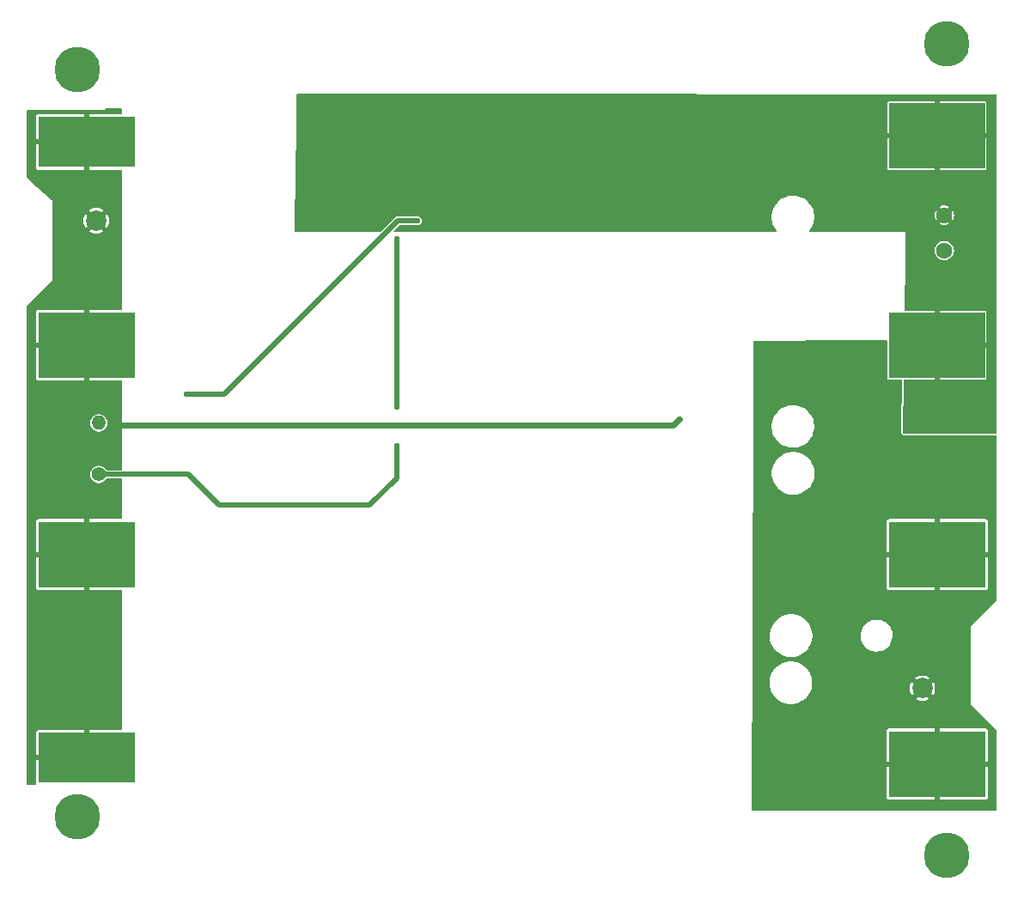
<source format=gbl>
%TF.GenerationSoftware,KiCad,Pcbnew,(6.0.5)*%
%TF.CreationDate,2022-07-09T20:35:50-07:00*%
%TF.ProjectId,batteryboard,62617474-6572-4796-926f-6172642e6b69,1.C*%
%TF.SameCoordinates,Original*%
%TF.FileFunction,Copper,L2,Bot*%
%TF.FilePolarity,Positive*%
%FSLAX46Y46*%
G04 Gerber Fmt 4.6, Leading zero omitted, Abs format (unit mm)*
G04 Created by KiCad (PCBNEW (6.0.5)) date 2022-07-09 20:35:50*
%MOMM*%
%LPD*%
G01*
G04 APERTURE LIST*
%TA.AperFunction,ComponentPad*%
%ADD10C,2.000000*%
%TD*%
%TA.AperFunction,ComponentPad*%
%ADD11C,4.500000*%
%TD*%
%TA.AperFunction,ComponentPad*%
%ADD12C,1.600200*%
%TD*%
%TA.AperFunction,ComponentPad*%
%ADD13C,1.400000*%
%TD*%
%TA.AperFunction,ComponentPad*%
%ADD14O,1.400000X1.400000*%
%TD*%
%TA.AperFunction,SMDPad,CuDef*%
%ADD15R,9.467600X6.477000*%
%TD*%
%TA.AperFunction,SMDPad,CuDef*%
%ADD16R,9.467600X5.000000*%
%TD*%
%TA.AperFunction,ViaPad*%
%ADD17C,0.584200*%
%TD*%
%TA.AperFunction,Conductor*%
%ADD18C,0.609600*%
%TD*%
%TA.AperFunction,Conductor*%
%ADD19C,0.508000*%
%TD*%
G04 APERTURE END LIST*
D10*
X141592300Y-122389900D03*
X60185300Y-76288900D03*
D11*
X144010300Y-138899900D03*
X58280300Y-61429900D03*
X58280300Y-135089900D03*
X144010300Y-58889900D03*
D12*
X143764000Y-79248001D03*
X143764000Y-75747998D03*
D13*
X60439300Y-101307900D03*
D14*
X60439300Y-96227900D03*
D15*
X59207400Y-88569800D03*
X143027400Y-88569800D03*
X143052800Y-129844800D03*
D16*
X59232800Y-129244800D03*
D15*
X143052800Y-109194600D03*
X59232800Y-109194600D03*
D16*
X59207400Y-68519600D03*
D15*
X143027400Y-67919600D03*
D17*
X143256000Y-129794000D03*
X146558000Y-129794000D03*
X145034000Y-129794000D03*
X141732000Y-129794000D03*
X146558000Y-132080000D03*
X141732000Y-132080000D03*
X143256000Y-132080000D03*
X145034000Y-132080000D03*
X131826000Y-90678000D03*
X132588000Y-90678000D03*
X131064000Y-90678000D03*
X131826000Y-91567000D03*
X131064000Y-91567000D03*
X132588000Y-91567000D03*
X143256000Y-127508000D03*
X146558000Y-127508000D03*
X145034000Y-127508000D03*
X131826000Y-89789000D03*
X141732000Y-127508000D03*
X131064000Y-89789000D03*
X132588000Y-89789000D03*
X54864000Y-119380000D03*
X58420000Y-119380000D03*
X56642000Y-119380000D03*
X60198000Y-119380000D03*
X60198000Y-120904000D03*
X58420000Y-120904000D03*
X54864000Y-120904000D03*
X56642000Y-120904000D03*
X56642000Y-117856000D03*
X58420000Y-117856000D03*
X60198000Y-117856000D03*
X54864000Y-117856000D03*
X117665498Y-95821500D03*
X140843000Y-94742000D03*
X143002000Y-94742000D03*
X145288000Y-94742000D03*
X147447000Y-94742000D03*
X145288000Y-96139000D03*
X140843000Y-96139000D03*
X143002000Y-96139000D03*
X147447000Y-96139000D03*
X140843000Y-93345000D03*
X85712300Y-75145900D03*
X143002000Y-93345000D03*
X81775300Y-67779900D03*
X85725000Y-67691000D03*
X81775300Y-75145900D03*
X147447000Y-93345000D03*
X81775300Y-68795900D03*
X145288000Y-93345000D03*
X85725000Y-68961000D03*
X89776300Y-78066900D03*
X89776300Y-94703900D03*
X89776300Y-98513900D03*
X91808300Y-76288900D03*
X69075300Y-93433900D03*
D18*
X117005098Y-96481900D02*
X61760100Y-96481900D01*
X117665498Y-95821500D02*
X117005098Y-96481900D01*
D19*
X89776300Y-98513900D02*
X89776300Y-98513900D01*
X89776300Y-78066900D02*
X89776300Y-78066900D01*
X72250300Y-104355900D02*
X87109300Y-104355900D01*
X89776300Y-101688900D02*
X89776300Y-98513900D01*
X69202300Y-101307900D02*
X72250300Y-104355900D01*
X89776300Y-94703900D02*
X89776300Y-78066900D01*
X60439300Y-101307900D02*
X69202300Y-101307900D01*
X87109300Y-104355900D02*
X89776300Y-101688900D01*
X91808300Y-76288900D02*
X91808300Y-76288900D01*
X89903300Y-76288900D02*
X91808300Y-76288900D01*
X72758300Y-93433900D02*
X89903300Y-76288900D01*
X72504300Y-93433900D02*
X72758300Y-93433900D01*
X69075300Y-93433900D02*
X72504300Y-93433900D01*
%TA.AperFunction,Conductor*%
G36*
X104056870Y-63799077D02*
G01*
X134874000Y-63881000D01*
X140702994Y-63842902D01*
X140703485Y-63842900D01*
X148858976Y-63842900D01*
X148907314Y-63860493D01*
X148933034Y-63905042D01*
X148934176Y-63918084D01*
X148934329Y-64615477D01*
X148941467Y-97206786D01*
X148923885Y-97255125D01*
X148879343Y-97280855D01*
X148866268Y-97282000D01*
X139770472Y-97282000D01*
X139722134Y-97264407D01*
X139696414Y-97219858D01*
X139695278Y-97205864D01*
X139759613Y-92034964D01*
X139777806Y-91986849D01*
X139822671Y-91961686D01*
X139834807Y-91960700D01*
X142760141Y-91960700D01*
X142770298Y-91957003D01*
X142773400Y-91951631D01*
X142773400Y-91947441D01*
X143281400Y-91947441D01*
X143285097Y-91957598D01*
X143290469Y-91960700D01*
X147772516Y-91960700D01*
X147779837Y-91959979D01*
X147813398Y-91953303D01*
X147826823Y-91947742D01*
X147864920Y-91922286D01*
X147875186Y-91912020D01*
X147900642Y-91873923D01*
X147906203Y-91860498D01*
X147912879Y-91826937D01*
X147913600Y-91819616D01*
X147913600Y-88837059D01*
X147909903Y-88826902D01*
X147904531Y-88823800D01*
X143294659Y-88823800D01*
X143284502Y-88827497D01*
X143281400Y-88832869D01*
X143281400Y-91947441D01*
X142773400Y-91947441D01*
X142773400Y-88302541D01*
X143281400Y-88302541D01*
X143285097Y-88312698D01*
X143290469Y-88315800D01*
X147900341Y-88315800D01*
X147910498Y-88312103D01*
X147913600Y-88306731D01*
X147913600Y-85319984D01*
X147912879Y-85312663D01*
X147906203Y-85279102D01*
X147900642Y-85265677D01*
X147875186Y-85227580D01*
X147864920Y-85217314D01*
X147826823Y-85191858D01*
X147813398Y-85186297D01*
X147779837Y-85179621D01*
X147772516Y-85178900D01*
X143294659Y-85178900D01*
X143284502Y-85182597D01*
X143281400Y-85187969D01*
X143281400Y-88302541D01*
X142773400Y-88302541D01*
X142773400Y-85192159D01*
X142769703Y-85182002D01*
X142764331Y-85178900D01*
X139921055Y-85178900D01*
X139872717Y-85161307D01*
X139846997Y-85116758D01*
X139845861Y-85102764D01*
X139906984Y-80190075D01*
X139918871Y-79234631D01*
X142806482Y-79234631D01*
X142806790Y-79238299D01*
X142806790Y-79238302D01*
X142820142Y-79397298D01*
X142822121Y-79420868D01*
X142873636Y-79600521D01*
X142959064Y-79766747D01*
X143075152Y-79913213D01*
X143217478Y-80034343D01*
X143220686Y-80036136D01*
X143220689Y-80036138D01*
X143299049Y-80079931D01*
X143380621Y-80125520D01*
X143384118Y-80126656D01*
X143384122Y-80126658D01*
X143430710Y-80141795D01*
X143558367Y-80183273D01*
X143626069Y-80191346D01*
X143740287Y-80204966D01*
X143740289Y-80204966D01*
X143743945Y-80205402D01*
X143930287Y-80191064D01*
X144038020Y-80160985D01*
X144106751Y-80141795D01*
X144106753Y-80141794D01*
X144110296Y-80140805D01*
X144277114Y-80056539D01*
X144424387Y-79941476D01*
X144546507Y-79799999D01*
X144548323Y-79796802D01*
X144548326Y-79796798D01*
X144637003Y-79640697D01*
X144637004Y-79640694D01*
X144638821Y-79637496D01*
X144668317Y-79548827D01*
X144696652Y-79463652D01*
X144696653Y-79463649D01*
X144697814Y-79460158D01*
X144721238Y-79274739D01*
X144721611Y-79248001D01*
X144721406Y-79245908D01*
X144703733Y-79065668D01*
X144703732Y-79065665D01*
X144703373Y-79062000D01*
X144649355Y-78883084D01*
X144642802Y-78870758D01*
X144563339Y-78721310D01*
X144561615Y-78718067D01*
X144552575Y-78706982D01*
X144445819Y-78576088D01*
X144443493Y-78573236D01*
X144299489Y-78454106D01*
X144135089Y-78365215D01*
X143956554Y-78309949D01*
X143863619Y-78300181D01*
X143774342Y-78290797D01*
X143774338Y-78290797D01*
X143770685Y-78290413D01*
X143654925Y-78300948D01*
X143588229Y-78307018D01*
X143588226Y-78307019D01*
X143584562Y-78307352D01*
X143482621Y-78337355D01*
X143408802Y-78359081D01*
X143408799Y-78359082D01*
X143405273Y-78360120D01*
X143239647Y-78446706D01*
X143177940Y-78496320D01*
X143096866Y-78561505D01*
X143096862Y-78561509D01*
X143093995Y-78563814D01*
X143091627Y-78566636D01*
X143091626Y-78566637D01*
X142976226Y-78704164D01*
X142976223Y-78704168D01*
X142973862Y-78706982D01*
X142883826Y-78870758D01*
X142827315Y-79048902D01*
X142806482Y-79234631D01*
X139918871Y-79234631D01*
X139941300Y-77431900D01*
X130483098Y-77431900D01*
X130434760Y-77414307D01*
X130409040Y-77369758D01*
X130417973Y-77319100D01*
X130424905Y-77309070D01*
X130559491Y-77144638D01*
X130559493Y-77144635D01*
X130561108Y-77142662D01*
X130562439Y-77140490D01*
X130562444Y-77140483D01*
X130709713Y-76900161D01*
X130711051Y-76897978D01*
X130776158Y-76749660D01*
X130825370Y-76637553D01*
X130825372Y-76637548D01*
X130826399Y-76635208D01*
X130842924Y-76577198D01*
X143299241Y-76577198D01*
X143299723Y-76578998D01*
X143301854Y-76580924D01*
X143377611Y-76623262D01*
X143384324Y-76626195D01*
X143554977Y-76681643D01*
X143562125Y-76683215D01*
X143740298Y-76704461D01*
X143747630Y-76704614D01*
X143926529Y-76690848D01*
X143933744Y-76689577D01*
X144106570Y-76641323D01*
X144113400Y-76638674D01*
X144222527Y-76583550D01*
X144229927Y-76575670D01*
X144229983Y-76574665D01*
X144227785Y-76570993D01*
X143773377Y-76116585D01*
X143763578Y-76112016D01*
X143757587Y-76113621D01*
X143303810Y-76567399D01*
X143299241Y-76577198D01*
X130842924Y-76577198D01*
X130905018Y-76359214D01*
X130945453Y-76075105D01*
X130946390Y-75896165D01*
X130946942Y-75790699D01*
X130946942Y-75790693D01*
X130946955Y-75788136D01*
X130944054Y-75766095D01*
X130940395Y-75738306D01*
X142807292Y-75738306D01*
X142822307Y-75917107D01*
X142823629Y-75924309D01*
X142873089Y-76096797D01*
X142875785Y-76103606D01*
X142928586Y-76206346D01*
X142936518Y-76213691D01*
X142937665Y-76213747D01*
X142941131Y-76211656D01*
X143395413Y-75757375D01*
X143399588Y-75748420D01*
X144128018Y-75748420D01*
X144129623Y-75754411D01*
X144583390Y-76208177D01*
X144593189Y-76212746D01*
X144595126Y-76212227D01*
X144596901Y-76210276D01*
X144636547Y-76140486D01*
X144639522Y-76133804D01*
X144696164Y-75963530D01*
X144697785Y-75956396D01*
X144720472Y-75776812D01*
X144720765Y-75772619D01*
X144721080Y-75750097D01*
X144720904Y-75745905D01*
X144703241Y-75565762D01*
X144701815Y-75558566D01*
X144649954Y-75386793D01*
X144647166Y-75380028D01*
X144599243Y-75289899D01*
X144591210Y-75282666D01*
X144589774Y-75282616D01*
X144586724Y-75284485D01*
X144132587Y-75738621D01*
X144128018Y-75748420D01*
X143399588Y-75748420D01*
X143399982Y-75747576D01*
X143398377Y-75741585D01*
X142944553Y-75287762D01*
X142934754Y-75283193D01*
X142933093Y-75283638D01*
X142931015Y-75285953D01*
X142886062Y-75367725D01*
X142883174Y-75374461D01*
X142828919Y-75545497D01*
X142827396Y-75552662D01*
X142807395Y-75730973D01*
X142807292Y-75738306D01*
X130940395Y-75738306D01*
X130909831Y-75506149D01*
X130909498Y-75503619D01*
X130903580Y-75481986D01*
X130834449Y-75229287D01*
X130834448Y-75229283D01*
X130833773Y-75226817D01*
X130721183Y-74962853D01*
X130696709Y-74921960D01*
X143298451Y-74921960D01*
X143300433Y-74925220D01*
X143754623Y-75379411D01*
X143764422Y-75383980D01*
X143770413Y-75382375D01*
X144224316Y-74928471D01*
X144228885Y-74918672D01*
X144228477Y-74917148D01*
X144225980Y-74914924D01*
X144138127Y-74867422D01*
X144131383Y-74864587D01*
X143959966Y-74811525D01*
X143952796Y-74810054D01*
X143774339Y-74791296D01*
X143767017Y-74791246D01*
X143588323Y-74807508D01*
X143581124Y-74808882D01*
X143408990Y-74859543D01*
X143402201Y-74862286D01*
X143305796Y-74912686D01*
X143298505Y-74920670D01*
X143298451Y-74921960D01*
X130696709Y-74921960D01*
X130573811Y-74716612D01*
X130394384Y-74492650D01*
X130186221Y-74295111D01*
X129953175Y-74127651D01*
X129845904Y-74070854D01*
X129701830Y-73994570D01*
X129701825Y-73994568D01*
X129699559Y-73993368D01*
X129430065Y-73894747D01*
X129222024Y-73849387D01*
X129152184Y-73834159D01*
X129152181Y-73834159D01*
X129149679Y-73833613D01*
X129025046Y-73823804D01*
X128926086Y-73816016D01*
X128926078Y-73816016D01*
X128924608Y-73815900D01*
X128769362Y-73815900D01*
X128555192Y-73830501D01*
X128552687Y-73831020D01*
X128552685Y-73831020D01*
X128453921Y-73851473D01*
X128274182Y-73888695D01*
X128271776Y-73889547D01*
X128006081Y-73983634D01*
X128006078Y-73983635D01*
X128003670Y-73984488D01*
X127748661Y-74116108D01*
X127513874Y-74281119D01*
X127303655Y-74476467D01*
X127302033Y-74478449D01*
X127302029Y-74478453D01*
X127290409Y-74492650D01*
X127121892Y-74698538D01*
X127120561Y-74700710D01*
X127120556Y-74700717D01*
X127052653Y-74811525D01*
X126971949Y-74943222D01*
X126856601Y-75205992D01*
X126777982Y-75481986D01*
X126774903Y-75503619D01*
X126740063Y-75748420D01*
X126737547Y-75766095D01*
X126736888Y-75892019D01*
X126736514Y-75963530D01*
X126736045Y-76053064D01*
X126736379Y-76055599D01*
X126736379Y-76055603D01*
X126747554Y-76140486D01*
X126773502Y-76337581D01*
X126774174Y-76340038D01*
X126774175Y-76340042D01*
X126840074Y-76580924D01*
X126849227Y-76614383D01*
X126961817Y-76878347D01*
X127109189Y-77124588D01*
X127110789Y-77126585D01*
X127257477Y-77309682D01*
X127273970Y-77358406D01*
X127255284Y-77406332D01*
X127210164Y-77431035D01*
X127198789Y-77431900D01*
X89517291Y-77431900D01*
X89468953Y-77414307D01*
X89443233Y-77369758D01*
X89452166Y-77319100D01*
X89464117Y-77303526D01*
X90049817Y-76717826D01*
X90096437Y-76696086D01*
X90102991Y-76695800D01*
X91564816Y-76695800D01*
X91597667Y-76705734D01*
X91598496Y-76703995D01*
X91603332Y-76706301D01*
X91607793Y-76709271D01*
X91733837Y-76748650D01*
X91801763Y-76749895D01*
X91860504Y-76750972D01*
X91860506Y-76750972D01*
X91865866Y-76751070D01*
X91871037Y-76749660D01*
X91871039Y-76749660D01*
X91938843Y-76731174D01*
X91993268Y-76716336D01*
X92049771Y-76681643D01*
X92101231Y-76650047D01*
X92101234Y-76650045D01*
X92105800Y-76647241D01*
X92194417Y-76549339D01*
X92251994Y-76430501D01*
X92273902Y-76300279D01*
X92274041Y-76288900D01*
X92273629Y-76286021D01*
X92256080Y-76163479D01*
X92256079Y-76163476D01*
X92255321Y-76158182D01*
X92200665Y-76037972D01*
X92133306Y-75959798D01*
X92117961Y-75941990D01*
X92114467Y-75937935D01*
X92082333Y-75917107D01*
X92008149Y-75869023D01*
X92008148Y-75869022D01*
X92003656Y-75866111D01*
X91959859Y-75853013D01*
X91882275Y-75829810D01*
X91882272Y-75829810D01*
X91877141Y-75828275D01*
X91871786Y-75828242D01*
X91871784Y-75828242D01*
X91812501Y-75827880D01*
X91745092Y-75827468D01*
X91618124Y-75863756D01*
X91613595Y-75866613D01*
X91613594Y-75866614D01*
X91607593Y-75870400D01*
X91567467Y-75882000D01*
X89838854Y-75882000D01*
X89813642Y-75890192D01*
X89802175Y-75892945D01*
X89775994Y-75897091D01*
X89770723Y-75899777D01*
X89770719Y-75899778D01*
X89752374Y-75909125D01*
X89741474Y-75913640D01*
X89716268Y-75921830D01*
X89694819Y-75937414D01*
X89684765Y-75943575D01*
X89661149Y-75955608D01*
X88206883Y-77409874D01*
X88160263Y-77431614D01*
X88153709Y-77431900D01*
X79819553Y-77431900D01*
X79771215Y-77414307D01*
X79745495Y-77369758D01*
X79744360Y-77355654D01*
X79744869Y-77319100D01*
X79830400Y-71169416D01*
X138141200Y-71169416D01*
X138141921Y-71176737D01*
X138148597Y-71210298D01*
X138154158Y-71223723D01*
X138179614Y-71261820D01*
X138189880Y-71272086D01*
X138227977Y-71297542D01*
X138241402Y-71303103D01*
X138274963Y-71309779D01*
X138282284Y-71310500D01*
X142760141Y-71310500D01*
X142770298Y-71306803D01*
X142773400Y-71301431D01*
X142773400Y-71297241D01*
X143281400Y-71297241D01*
X143285097Y-71307398D01*
X143290469Y-71310500D01*
X147772516Y-71310500D01*
X147779837Y-71309779D01*
X147813398Y-71303103D01*
X147826823Y-71297542D01*
X147864920Y-71272086D01*
X147875186Y-71261820D01*
X147900642Y-71223723D01*
X147906203Y-71210298D01*
X147912879Y-71176737D01*
X147913600Y-71169416D01*
X147913600Y-68186859D01*
X147909903Y-68176702D01*
X147904531Y-68173600D01*
X143294659Y-68173600D01*
X143284502Y-68177297D01*
X143281400Y-68182669D01*
X143281400Y-71297241D01*
X142773400Y-71297241D01*
X142773400Y-68186859D01*
X142769703Y-68176702D01*
X142764331Y-68173600D01*
X138154459Y-68173600D01*
X138144302Y-68177297D01*
X138141200Y-68182669D01*
X138141200Y-71169416D01*
X79830400Y-71169416D01*
X79879316Y-67652341D01*
X138141200Y-67652341D01*
X138144897Y-67662498D01*
X138150269Y-67665600D01*
X142760141Y-67665600D01*
X142770298Y-67661903D01*
X142773400Y-67656531D01*
X142773400Y-67652341D01*
X143281400Y-67652341D01*
X143285097Y-67662498D01*
X143290469Y-67665600D01*
X147900341Y-67665600D01*
X147910498Y-67661903D01*
X147913600Y-67656531D01*
X147913600Y-64669784D01*
X147912879Y-64662463D01*
X147906203Y-64628902D01*
X147900642Y-64615477D01*
X147875186Y-64577380D01*
X147864920Y-64567114D01*
X147826823Y-64541658D01*
X147813398Y-64536097D01*
X147779837Y-64529421D01*
X147772516Y-64528700D01*
X143294659Y-64528700D01*
X143284502Y-64532397D01*
X143281400Y-64537769D01*
X143281400Y-67652341D01*
X142773400Y-67652341D01*
X142773400Y-64541959D01*
X142769703Y-64531802D01*
X142764331Y-64528700D01*
X138282284Y-64528700D01*
X138274963Y-64529421D01*
X138241402Y-64536097D01*
X138227977Y-64541658D01*
X138189880Y-64567114D01*
X138179614Y-64577380D01*
X138154158Y-64615477D01*
X138148597Y-64628902D01*
X138141921Y-64662463D01*
X138141200Y-64669784D01*
X138141200Y-67652341D01*
X79879316Y-67652341D01*
X79921367Y-64628902D01*
X79932766Y-63809302D01*
X79951030Y-63761214D01*
X79995932Y-63736116D01*
X80008159Y-63735148D01*
X104056870Y-63799077D01*
G37*
%TD.AperFunction*%
%TA.AperFunction,Conductor*%
G36*
X138113534Y-88086407D02*
G01*
X138139488Y-88130819D01*
X138140700Y-88144267D01*
X138140701Y-91823356D01*
X138149572Y-91867958D01*
X138183366Y-91918534D01*
X138189523Y-91922648D01*
X138227783Y-91948213D01*
X138227784Y-91948214D01*
X138233942Y-91952328D01*
X138278543Y-91961200D01*
X139526477Y-91961200D01*
X139574815Y-91978793D01*
X139600535Y-92023342D01*
X139601671Y-92037336D01*
X139543345Y-96725305D01*
X139537390Y-97203900D01*
X139537896Y-97218640D01*
X139539032Y-97232634D01*
X139540271Y-97236606D01*
X139540271Y-97236608D01*
X139556221Y-97287753D01*
X139559668Y-97298807D01*
X139585388Y-97343356D01*
X139601177Y-97365904D01*
X139668131Y-97412785D01*
X139672759Y-97414469D01*
X139672762Y-97414471D01*
X139694093Y-97422234D01*
X139716469Y-97430378D01*
X139719700Y-97430948D01*
X139719701Y-97430948D01*
X139767242Y-97439331D01*
X139767248Y-97439332D01*
X139770472Y-97439900D01*
X148866268Y-97439900D01*
X148866268Y-97440280D01*
X148913793Y-97456767D01*
X148940185Y-97500920D01*
X148941534Y-97515083D01*
X148945079Y-113697524D01*
X148927496Y-113745865D01*
X148923053Y-113750714D01*
X146478854Y-116194913D01*
X146478853Y-116194913D01*
X146420913Y-116252853D01*
X146418083Y-116263416D01*
X146410569Y-116281557D01*
X146405099Y-116291030D01*
X146405099Y-116372970D01*
X146405100Y-116372972D01*
X146405100Y-123911028D01*
X146405099Y-123911030D01*
X146405099Y-123992970D01*
X146410048Y-124001541D01*
X146410568Y-124002441D01*
X146418083Y-124020584D01*
X146420913Y-124031147D01*
X146478853Y-124089087D01*
X146478854Y-124089087D01*
X148922996Y-126533229D01*
X148944736Y-126579849D01*
X148945022Y-126586465D01*
X148942562Y-129587103D01*
X148939499Y-133324008D01*
X148938633Y-134379762D01*
X148921000Y-134428085D01*
X148876431Y-134453768D01*
X148863433Y-134454900D01*
X124853010Y-134454900D01*
X124804672Y-134437307D01*
X124778952Y-134392758D01*
X124777811Y-134379391D01*
X124783054Y-133104619D01*
X138065001Y-133104619D01*
X138065723Y-133111944D01*
X138078292Y-133175140D01*
X138083852Y-133188564D01*
X138131764Y-133260270D01*
X138142030Y-133270536D01*
X138213738Y-133318449D01*
X138227157Y-133324008D01*
X138290358Y-133336579D01*
X138297679Y-133337300D01*
X142785541Y-133337300D01*
X142795698Y-133333603D01*
X142798800Y-133328231D01*
X142798800Y-133324040D01*
X143306800Y-133324040D01*
X143310497Y-133334197D01*
X143315869Y-133337299D01*
X147807919Y-133337299D01*
X147815244Y-133336577D01*
X147878440Y-133324008D01*
X147891864Y-133318448D01*
X147963570Y-133270536D01*
X147973836Y-133260270D01*
X148021749Y-133188562D01*
X148027308Y-133175143D01*
X148039879Y-133111942D01*
X148040600Y-133104621D01*
X148040600Y-130112059D01*
X148036903Y-130101902D01*
X148031531Y-130098800D01*
X143320059Y-130098800D01*
X143309902Y-130102497D01*
X143306800Y-130107869D01*
X143306800Y-133324040D01*
X142798800Y-133324040D01*
X142798800Y-130112059D01*
X142795103Y-130101902D01*
X142789731Y-130098800D01*
X138078260Y-130098800D01*
X138068103Y-130102497D01*
X138065001Y-130107869D01*
X138065001Y-133104619D01*
X124783054Y-133104619D01*
X124797561Y-129577541D01*
X138065000Y-129577541D01*
X138068697Y-129587698D01*
X138074069Y-129590800D01*
X142785541Y-129590800D01*
X142795698Y-129587103D01*
X142798800Y-129581731D01*
X142798800Y-129577541D01*
X143306800Y-129577541D01*
X143310497Y-129587698D01*
X143315869Y-129590800D01*
X148027340Y-129590800D01*
X148037497Y-129587103D01*
X148040599Y-129581731D01*
X148040599Y-126584981D01*
X148039877Y-126577656D01*
X148027308Y-126514460D01*
X148021748Y-126501036D01*
X147973836Y-126429330D01*
X147963570Y-126419064D01*
X147891862Y-126371151D01*
X147878443Y-126365592D01*
X147815242Y-126353021D01*
X147807921Y-126352300D01*
X143320059Y-126352300D01*
X143309902Y-126355997D01*
X143306800Y-126361369D01*
X143306800Y-129577541D01*
X142798800Y-129577541D01*
X142798800Y-126365560D01*
X142795103Y-126355403D01*
X142789731Y-126352301D01*
X138297681Y-126352301D01*
X138290356Y-126353023D01*
X138227160Y-126365592D01*
X138213736Y-126371152D01*
X138142030Y-126419064D01*
X138131764Y-126429330D01*
X138083851Y-126501038D01*
X138078292Y-126514457D01*
X138065721Y-126577658D01*
X138065000Y-126584979D01*
X138065000Y-129577541D01*
X124797561Y-129577541D01*
X124828825Y-121976264D01*
X126532845Y-121976264D01*
X126533179Y-121978799D01*
X126533179Y-121978803D01*
X126536080Y-122000835D01*
X126570302Y-122260781D01*
X126570974Y-122263238D01*
X126570975Y-122263242D01*
X126607380Y-122396313D01*
X126646027Y-122537583D01*
X126654910Y-122558408D01*
X126738302Y-122753918D01*
X126758617Y-122801547D01*
X126905989Y-123047788D01*
X127085416Y-123271750D01*
X127293579Y-123469289D01*
X127376795Y-123529086D01*
X127517027Y-123629852D01*
X127526625Y-123636749D01*
X127550649Y-123649469D01*
X127777970Y-123769830D01*
X127777975Y-123769832D01*
X127780241Y-123771032D01*
X128049735Y-123869653D01*
X128239489Y-123911026D01*
X128327616Y-123930241D01*
X128327619Y-123930241D01*
X128330121Y-123930787D01*
X128454754Y-123940596D01*
X128553714Y-123948384D01*
X128553722Y-123948384D01*
X128555192Y-123948500D01*
X128710438Y-123948500D01*
X128924608Y-123933899D01*
X128927113Y-123933380D01*
X128927115Y-123933380D01*
X129035058Y-123911026D01*
X129205618Y-123875705D01*
X129225193Y-123868773D01*
X129473719Y-123780766D01*
X129473722Y-123780765D01*
X129476130Y-123779912D01*
X129731139Y-123648292D01*
X129757377Y-123629852D01*
X129963824Y-123484758D01*
X129965926Y-123483281D01*
X130013956Y-123438649D01*
X140907991Y-123438649D01*
X140908962Y-123442273D01*
X140960218Y-123478163D01*
X140965880Y-123481431D01*
X141158789Y-123571387D01*
X141164940Y-123573626D01*
X141370542Y-123628716D01*
X141376984Y-123629852D01*
X141589031Y-123648404D01*
X141595569Y-123648404D01*
X141807616Y-123629852D01*
X141814058Y-123628716D01*
X142019660Y-123573626D01*
X142025811Y-123571387D01*
X142218720Y-123481431D01*
X142224382Y-123478163D01*
X142270555Y-123445832D01*
X142276755Y-123436978D01*
X142276428Y-123433238D01*
X141601677Y-122758487D01*
X141591878Y-122753918D01*
X141585887Y-122755523D01*
X140912560Y-123428850D01*
X140907991Y-123438649D01*
X130013956Y-123438649D01*
X130176145Y-123287933D01*
X130187949Y-123273512D01*
X130356291Y-123067838D01*
X130356293Y-123067835D01*
X130357908Y-123065862D01*
X130359239Y-123063690D01*
X130359244Y-123063683D01*
X130467672Y-122886744D01*
X130507851Y-122821178D01*
X130623199Y-122558408D01*
X130670269Y-122393169D01*
X140333796Y-122393169D01*
X140352348Y-122605216D01*
X140353484Y-122611658D01*
X140408574Y-122817260D01*
X140410813Y-122823411D01*
X140500769Y-123016320D01*
X140504037Y-123021982D01*
X140536368Y-123068155D01*
X140545222Y-123074355D01*
X140548962Y-123074028D01*
X141223713Y-122399277D01*
X141227888Y-122390322D01*
X141956318Y-122390322D01*
X141957923Y-122396313D01*
X142631250Y-123069640D01*
X142641049Y-123074209D01*
X142644673Y-123073238D01*
X142680563Y-123021982D01*
X142683831Y-123016320D01*
X142773787Y-122823411D01*
X142776026Y-122817260D01*
X142831116Y-122611658D01*
X142832252Y-122605216D01*
X142850804Y-122393169D01*
X142850804Y-122386631D01*
X142832252Y-122174584D01*
X142831116Y-122168142D01*
X142776026Y-121962540D01*
X142773787Y-121956389D01*
X142683831Y-121763480D01*
X142680563Y-121757818D01*
X142648232Y-121711645D01*
X142639378Y-121705445D01*
X142635638Y-121705772D01*
X141960887Y-122380523D01*
X141956318Y-122390322D01*
X141227888Y-122390322D01*
X141228282Y-122389478D01*
X141226677Y-122383487D01*
X140553350Y-121710160D01*
X140543551Y-121705591D01*
X140539927Y-121706562D01*
X140504037Y-121757818D01*
X140500769Y-121763480D01*
X140410813Y-121956389D01*
X140408574Y-121962540D01*
X140353484Y-122168142D01*
X140352348Y-122174584D01*
X140333796Y-122386631D01*
X140333796Y-122393169D01*
X130670269Y-122393169D01*
X130701818Y-122282414D01*
X130742253Y-121998305D01*
X130743755Y-121711336D01*
X130743127Y-121706562D01*
X130706631Y-121429349D01*
X130706298Y-121426819D01*
X130700380Y-121405186D01*
X130683319Y-121342822D01*
X140907845Y-121342822D01*
X140908172Y-121346562D01*
X141582923Y-122021313D01*
X141592722Y-122025882D01*
X141598713Y-122024277D01*
X142272040Y-121350950D01*
X142276609Y-121341151D01*
X142275638Y-121337527D01*
X142224382Y-121301637D01*
X142218720Y-121298369D01*
X142025811Y-121208413D01*
X142019660Y-121206174D01*
X141814058Y-121151084D01*
X141807616Y-121149948D01*
X141595569Y-121131396D01*
X141589031Y-121131396D01*
X141376984Y-121149948D01*
X141370542Y-121151084D01*
X141164940Y-121206174D01*
X141158789Y-121208413D01*
X140965880Y-121298369D01*
X140960218Y-121301637D01*
X140914045Y-121333968D01*
X140907845Y-121342822D01*
X130683319Y-121342822D01*
X130631249Y-121152487D01*
X130631248Y-121152483D01*
X130630573Y-121150017D01*
X130517983Y-120886053D01*
X130370611Y-120639812D01*
X130191184Y-120415850D01*
X129983021Y-120218311D01*
X129749975Y-120050851D01*
X129642704Y-119994054D01*
X129498630Y-119917770D01*
X129498625Y-119917768D01*
X129496359Y-119916568D01*
X129226865Y-119817947D01*
X129018824Y-119772587D01*
X128948984Y-119757359D01*
X128948981Y-119757359D01*
X128946479Y-119756813D01*
X128821846Y-119747004D01*
X128722886Y-119739216D01*
X128722878Y-119739216D01*
X128721408Y-119739100D01*
X128566162Y-119739100D01*
X128351992Y-119753701D01*
X128349487Y-119754220D01*
X128349485Y-119754220D01*
X128250721Y-119774673D01*
X128070982Y-119811895D01*
X128068576Y-119812747D01*
X127802881Y-119906834D01*
X127802878Y-119906835D01*
X127800470Y-119907688D01*
X127545461Y-120039308D01*
X127310674Y-120204319D01*
X127100455Y-120399667D01*
X127098833Y-120401649D01*
X127098829Y-120401653D01*
X127087209Y-120415850D01*
X126918692Y-120621738D01*
X126917361Y-120623910D01*
X126917356Y-120623917D01*
X126808928Y-120800856D01*
X126768749Y-120866422D01*
X126653401Y-121129192D01*
X126574782Y-121405186D01*
X126534347Y-121689295D01*
X126533959Y-121763480D01*
X126532917Y-121962540D01*
X126532845Y-121976264D01*
X124828825Y-121976264D01*
X124847943Y-117328064D01*
X126558245Y-117328064D01*
X126558579Y-117330599D01*
X126558579Y-117330603D01*
X126561480Y-117352635D01*
X126595702Y-117612581D01*
X126596374Y-117615038D01*
X126596375Y-117615042D01*
X126667970Y-117876745D01*
X126671427Y-117889383D01*
X126680310Y-117910208D01*
X126758134Y-118092664D01*
X126784017Y-118153347D01*
X126800501Y-118180889D01*
X126911947Y-118367102D01*
X126931389Y-118399588D01*
X127110816Y-118623550D01*
X127318979Y-118821089D01*
X127552025Y-118988549D01*
X127573826Y-119000092D01*
X127803370Y-119121630D01*
X127803375Y-119121632D01*
X127805641Y-119122832D01*
X128075135Y-119221453D01*
X128283176Y-119266813D01*
X128353016Y-119282041D01*
X128353019Y-119282041D01*
X128355521Y-119282587D01*
X128480154Y-119292396D01*
X128579114Y-119300184D01*
X128579122Y-119300184D01*
X128580592Y-119300300D01*
X128735838Y-119300300D01*
X128950008Y-119285699D01*
X128952513Y-119285180D01*
X128952515Y-119285180D01*
X129051279Y-119264727D01*
X129231018Y-119227505D01*
X129250593Y-119220573D01*
X129499119Y-119132566D01*
X129499122Y-119132565D01*
X129501530Y-119131712D01*
X129756539Y-119000092D01*
X129991326Y-118835081D01*
X130201545Y-118639733D01*
X130213349Y-118625312D01*
X130381691Y-118419638D01*
X130381693Y-118419635D01*
X130383308Y-118417662D01*
X130384639Y-118415490D01*
X130384644Y-118415483D01*
X130493072Y-118238544D01*
X130533251Y-118172978D01*
X130551012Y-118132517D01*
X130647570Y-117912553D01*
X130647572Y-117912548D01*
X130648599Y-117910208D01*
X130727218Y-117634214D01*
X130767653Y-117350105D01*
X130768174Y-117250616D01*
X135521048Y-117250616D01*
X135521394Y-117253605D01*
X135521394Y-117253609D01*
X135532852Y-117352635D01*
X135550111Y-117501793D01*
X135618957Y-117745093D01*
X135620233Y-117747830D01*
X135620234Y-117747832D01*
X135695952Y-117910208D01*
X135725818Y-117974256D01*
X135867942Y-118183386D01*
X136041674Y-118367102D01*
X136242545Y-118520679D01*
X136366324Y-118587049D01*
X136462725Y-118638739D01*
X136462728Y-118638740D01*
X136465385Y-118640165D01*
X136584923Y-118681325D01*
X136701609Y-118721504D01*
X136701613Y-118721505D01*
X136704462Y-118722486D01*
X136953626Y-118765524D01*
X136955977Y-118765631D01*
X136955979Y-118765631D01*
X136983082Y-118766862D01*
X136983098Y-118766862D01*
X136983927Y-118766900D01*
X137160035Y-118766900D01*
X137348539Y-118751733D01*
X137351473Y-118751012D01*
X137351475Y-118751012D01*
X137591149Y-118692143D01*
X137591148Y-118692143D01*
X137594093Y-118691420D01*
X137596876Y-118690239D01*
X137596881Y-118690237D01*
X137824065Y-118593802D01*
X137826845Y-118592622D01*
X137941089Y-118520679D01*
X138038250Y-118459494D01*
X138038251Y-118459493D01*
X138040808Y-118457883D01*
X138230476Y-118290668D01*
X138390969Y-118095280D01*
X138518160Y-117876745D01*
X138608774Y-117640686D01*
X138609393Y-117637724D01*
X138659865Y-117396132D01*
X138659866Y-117396128D01*
X138660482Y-117393177D01*
X138671952Y-117140584D01*
X138660441Y-117041095D01*
X138643235Y-116892399D01*
X138642889Y-116889407D01*
X138574043Y-116646107D01*
X138513968Y-116517276D01*
X138468461Y-116419686D01*
X138468459Y-116419682D01*
X138467182Y-116416944D01*
X138325058Y-116207814D01*
X138151326Y-116024098D01*
X137950455Y-115870521D01*
X137816282Y-115798578D01*
X137730275Y-115752461D01*
X137730272Y-115752460D01*
X137727615Y-115751035D01*
X137578760Y-115699780D01*
X137491391Y-115669696D01*
X137491387Y-115669695D01*
X137488538Y-115668714D01*
X137239374Y-115625676D01*
X137237023Y-115625569D01*
X137237021Y-115625569D01*
X137209918Y-115624338D01*
X137209902Y-115624338D01*
X137209073Y-115624300D01*
X137032965Y-115624300D01*
X136844461Y-115639467D01*
X136841527Y-115640188D01*
X136841525Y-115640188D01*
X136727475Y-115668201D01*
X136598907Y-115699780D01*
X136596124Y-115700961D01*
X136596119Y-115700963D01*
X136474799Y-115752461D01*
X136366155Y-115798578D01*
X136363600Y-115800187D01*
X136248999Y-115872355D01*
X136152192Y-115933317D01*
X135962524Y-116100532D01*
X135802031Y-116295920D01*
X135674840Y-116514455D01*
X135584226Y-116750514D01*
X135583608Y-116753474D01*
X135583607Y-116753476D01*
X135578869Y-116776158D01*
X135532518Y-116998023D01*
X135521048Y-117250616D01*
X130768174Y-117250616D01*
X130768750Y-117140584D01*
X130769142Y-117065699D01*
X130769142Y-117065693D01*
X130769155Y-117063136D01*
X130766254Y-117041095D01*
X130732031Y-116781149D01*
X130731698Y-116778619D01*
X130725780Y-116756986D01*
X130656649Y-116504287D01*
X130656648Y-116504283D01*
X130655973Y-116501817D01*
X130570287Y-116300929D01*
X130544384Y-116240199D01*
X130544382Y-116240195D01*
X130543383Y-116237853D01*
X130416766Y-116026291D01*
X130397323Y-115993804D01*
X130397322Y-115993803D01*
X130396011Y-115991612D01*
X130216584Y-115767650D01*
X130008421Y-115570111D01*
X129775375Y-115402651D01*
X129668104Y-115345854D01*
X129524030Y-115269570D01*
X129524025Y-115269568D01*
X129521759Y-115268368D01*
X129252265Y-115169747D01*
X129044224Y-115124387D01*
X128974384Y-115109159D01*
X128974381Y-115109159D01*
X128971879Y-115108613D01*
X128847246Y-115098804D01*
X128748286Y-115091016D01*
X128748278Y-115091016D01*
X128746808Y-115090900D01*
X128591562Y-115090900D01*
X128377392Y-115105501D01*
X128374887Y-115106020D01*
X128374885Y-115106020D01*
X128276121Y-115126473D01*
X128096382Y-115163695D01*
X128093976Y-115164547D01*
X127828281Y-115258634D01*
X127828278Y-115258635D01*
X127825870Y-115259488D01*
X127570861Y-115391108D01*
X127336074Y-115556119D01*
X127125855Y-115751467D01*
X127124233Y-115753449D01*
X127124229Y-115753453D01*
X126945709Y-115971562D01*
X126944092Y-115973538D01*
X126942761Y-115975710D01*
X126942756Y-115975717D01*
X126834328Y-116152656D01*
X126794149Y-116218222D01*
X126793121Y-116220564D01*
X126708013Y-116414446D01*
X126678801Y-116480992D01*
X126600182Y-116756986D01*
X126559747Y-117041095D01*
X126559242Y-117137591D01*
X126558635Y-117253609D01*
X126558245Y-117328064D01*
X124847943Y-117328064D01*
X124867988Y-112454419D01*
X138065001Y-112454419D01*
X138065723Y-112461744D01*
X138078292Y-112524940D01*
X138083852Y-112538364D01*
X138131764Y-112610070D01*
X138142030Y-112620336D01*
X138213738Y-112668249D01*
X138227157Y-112673808D01*
X138290358Y-112686379D01*
X138297679Y-112687100D01*
X142785541Y-112687100D01*
X142795698Y-112683403D01*
X142798800Y-112678031D01*
X142798800Y-112673840D01*
X143306800Y-112673840D01*
X143310497Y-112683997D01*
X143315869Y-112687099D01*
X147807919Y-112687099D01*
X147815244Y-112686377D01*
X147878440Y-112673808D01*
X147891864Y-112668248D01*
X147963570Y-112620336D01*
X147973836Y-112610070D01*
X148021749Y-112538362D01*
X148027308Y-112524943D01*
X148039879Y-112461742D01*
X148040600Y-112454421D01*
X148040600Y-109461859D01*
X148036903Y-109451702D01*
X148031531Y-109448600D01*
X143320059Y-109448600D01*
X143309902Y-109452297D01*
X143306800Y-109457669D01*
X143306800Y-112673840D01*
X142798800Y-112673840D01*
X142798800Y-109461859D01*
X142795103Y-109451702D01*
X142789731Y-109448600D01*
X138078260Y-109448600D01*
X138068103Y-109452297D01*
X138065001Y-109457669D01*
X138065001Y-112454419D01*
X124867988Y-112454419D01*
X124882495Y-108927341D01*
X138065000Y-108927341D01*
X138068697Y-108937498D01*
X138074069Y-108940600D01*
X142785541Y-108940600D01*
X142795698Y-108936903D01*
X142798800Y-108931531D01*
X142798800Y-108927341D01*
X143306800Y-108927341D01*
X143310497Y-108937498D01*
X143315869Y-108940600D01*
X148027340Y-108940600D01*
X148037497Y-108936903D01*
X148040599Y-108931531D01*
X148040599Y-105934781D01*
X148039877Y-105927456D01*
X148027308Y-105864260D01*
X148021748Y-105850836D01*
X147973836Y-105779130D01*
X147963570Y-105768864D01*
X147891862Y-105720951D01*
X147878443Y-105715392D01*
X147815242Y-105702821D01*
X147807921Y-105702100D01*
X143320059Y-105702100D01*
X143309902Y-105705797D01*
X143306800Y-105711169D01*
X143306800Y-108927341D01*
X142798800Y-108927341D01*
X142798800Y-105715360D01*
X142795103Y-105705203D01*
X142789731Y-105702101D01*
X138297681Y-105702101D01*
X138290356Y-105702823D01*
X138227160Y-105715392D01*
X138213736Y-105720952D01*
X138142030Y-105768864D01*
X138131764Y-105779130D01*
X138083851Y-105850838D01*
X138078292Y-105864257D01*
X138065721Y-105927458D01*
X138065000Y-105934779D01*
X138065000Y-108927341D01*
X124882495Y-108927341D01*
X124913759Y-101326064D01*
X126761445Y-101326064D01*
X126761779Y-101328599D01*
X126761779Y-101328603D01*
X126764680Y-101350635D01*
X126798902Y-101610581D01*
X126799574Y-101613038D01*
X126799575Y-101613042D01*
X126805492Y-101634668D01*
X126874627Y-101887383D01*
X126987217Y-102151347D01*
X127134589Y-102397588D01*
X127314016Y-102621550D01*
X127522179Y-102819089D01*
X127755225Y-102986549D01*
X127777026Y-102998092D01*
X128006570Y-103119630D01*
X128006575Y-103119632D01*
X128008841Y-103120832D01*
X128278335Y-103219453D01*
X128486376Y-103264813D01*
X128556216Y-103280041D01*
X128556219Y-103280041D01*
X128558721Y-103280587D01*
X128683354Y-103290396D01*
X128782314Y-103298184D01*
X128782322Y-103298184D01*
X128783792Y-103298300D01*
X128939038Y-103298300D01*
X129153208Y-103283699D01*
X129155713Y-103283180D01*
X129155715Y-103283180D01*
X129254479Y-103262727D01*
X129434218Y-103225505D01*
X129453793Y-103218573D01*
X129702319Y-103130566D01*
X129702322Y-103130565D01*
X129704730Y-103129712D01*
X129959739Y-102998092D01*
X130194526Y-102833081D01*
X130404745Y-102637733D01*
X130416549Y-102623312D01*
X130584891Y-102417638D01*
X130584893Y-102417635D01*
X130586508Y-102415662D01*
X130587839Y-102413490D01*
X130587844Y-102413483D01*
X130735113Y-102173161D01*
X130736451Y-102170978D01*
X130851799Y-101908208D01*
X130930418Y-101632214D01*
X130970853Y-101348105D01*
X130972355Y-101061136D01*
X130969454Y-101039095D01*
X130935231Y-100779149D01*
X130934898Y-100776619D01*
X130928980Y-100754986D01*
X130859849Y-100502287D01*
X130859848Y-100502283D01*
X130859173Y-100499817D01*
X130746583Y-100235853D01*
X130599211Y-99989612D01*
X130419784Y-99765650D01*
X130211621Y-99568111D01*
X129978575Y-99400651D01*
X129871304Y-99343854D01*
X129727230Y-99267570D01*
X129727225Y-99267568D01*
X129724959Y-99266368D01*
X129455465Y-99167747D01*
X129247424Y-99122387D01*
X129177584Y-99107159D01*
X129177581Y-99107159D01*
X129175079Y-99106613D01*
X129050446Y-99096804D01*
X128951486Y-99089016D01*
X128951478Y-99089016D01*
X128950008Y-99088900D01*
X128794762Y-99088900D01*
X128580592Y-99103501D01*
X128578087Y-99104020D01*
X128578085Y-99104020D01*
X128479321Y-99124473D01*
X128299582Y-99161695D01*
X128297176Y-99162547D01*
X128031481Y-99256634D01*
X128031478Y-99256635D01*
X128029070Y-99257488D01*
X127774061Y-99389108D01*
X127539274Y-99554119D01*
X127329055Y-99749467D01*
X127327433Y-99751449D01*
X127327429Y-99751453D01*
X127315809Y-99765650D01*
X127147292Y-99971538D01*
X127145961Y-99973710D01*
X127145956Y-99973717D01*
X127037528Y-100150656D01*
X126997349Y-100216222D01*
X126882001Y-100478992D01*
X126803382Y-100754986D01*
X126762947Y-101039095D01*
X126761445Y-101326064D01*
X124913759Y-101326064D01*
X124932772Y-96703264D01*
X126736045Y-96703264D01*
X126736379Y-96705799D01*
X126736379Y-96705803D01*
X126739280Y-96727835D01*
X126773502Y-96987781D01*
X126774174Y-96990238D01*
X126774175Y-96990242D01*
X126840487Y-97232634D01*
X126849227Y-97264583D01*
X126883406Y-97344715D01*
X126920188Y-97430948D01*
X126961817Y-97528547D01*
X127109189Y-97774788D01*
X127288616Y-97998750D01*
X127496779Y-98196289D01*
X127729825Y-98363749D01*
X127751626Y-98375292D01*
X127981170Y-98496830D01*
X127981175Y-98496832D01*
X127983441Y-98498032D01*
X128252935Y-98596653D01*
X128460976Y-98642013D01*
X128530816Y-98657241D01*
X128530819Y-98657241D01*
X128533321Y-98657787D01*
X128657954Y-98667596D01*
X128756914Y-98675384D01*
X128756922Y-98675384D01*
X128758392Y-98675500D01*
X128913638Y-98675500D01*
X129127808Y-98660899D01*
X129130313Y-98660380D01*
X129130315Y-98660380D01*
X129229079Y-98639927D01*
X129408818Y-98602705D01*
X129428393Y-98595773D01*
X129676919Y-98507766D01*
X129676922Y-98507765D01*
X129679330Y-98506912D01*
X129934339Y-98375292D01*
X130169126Y-98210281D01*
X130379345Y-98014933D01*
X130391149Y-98000512D01*
X130559491Y-97794838D01*
X130559493Y-97794835D01*
X130561108Y-97792862D01*
X130562439Y-97790690D01*
X130562444Y-97790683D01*
X130709713Y-97550361D01*
X130711051Y-97548178D01*
X130759349Y-97438153D01*
X130825370Y-97287753D01*
X130825372Y-97287748D01*
X130826399Y-97285408D01*
X130905018Y-97009414D01*
X130945453Y-96725305D01*
X130946955Y-96438336D01*
X130944054Y-96416295D01*
X130909831Y-96156349D01*
X130909498Y-96153819D01*
X130903580Y-96132186D01*
X130834449Y-95879487D01*
X130834448Y-95879483D01*
X130833773Y-95877017D01*
X130721183Y-95613053D01*
X130573811Y-95366812D01*
X130394384Y-95142850D01*
X130186221Y-94945311D01*
X129953175Y-94777851D01*
X129845904Y-94721054D01*
X129701830Y-94644770D01*
X129701825Y-94644768D01*
X129699559Y-94643568D01*
X129430065Y-94544947D01*
X129222024Y-94499587D01*
X129152184Y-94484359D01*
X129152181Y-94484359D01*
X129149679Y-94483813D01*
X129025046Y-94474004D01*
X128926086Y-94466216D01*
X128926078Y-94466216D01*
X128924608Y-94466100D01*
X128769362Y-94466100D01*
X128555192Y-94480701D01*
X128552687Y-94481220D01*
X128552685Y-94481220D01*
X128453921Y-94501673D01*
X128274182Y-94538895D01*
X128271776Y-94539747D01*
X128006081Y-94633834D01*
X128006078Y-94633835D01*
X128003670Y-94634688D01*
X127748661Y-94766308D01*
X127513874Y-94931319D01*
X127303655Y-95126667D01*
X127302033Y-95128649D01*
X127302029Y-95128653D01*
X127290409Y-95142850D01*
X127121892Y-95348738D01*
X127120561Y-95350910D01*
X127120556Y-95350917D01*
X127012128Y-95527856D01*
X126971949Y-95593422D01*
X126856601Y-95856192D01*
X126777982Y-96132186D01*
X126737547Y-96416295D01*
X126736045Y-96703264D01*
X124932772Y-96703264D01*
X124967694Y-88212498D01*
X124985486Y-88164233D01*
X125030139Y-88138696D01*
X125042497Y-88137608D01*
X135188391Y-88084209D01*
X138065104Y-88069068D01*
X138113534Y-88086407D01*
G37*
%TD.AperFunction*%
%TA.AperFunction,Conductor*%
G36*
X62698452Y-65257493D02*
G01*
X62724172Y-65302042D01*
X62725314Y-65315086D01*
X62725386Y-65690386D01*
X62707802Y-65738727D01*
X62663259Y-65764455D01*
X62650186Y-65765600D01*
X59474659Y-65765600D01*
X59464502Y-65769297D01*
X59461400Y-65774669D01*
X59461400Y-71260340D01*
X59465097Y-71270497D01*
X59470469Y-71273599D01*
X62651263Y-71273599D01*
X62699601Y-71291192D01*
X62725321Y-71335741D01*
X62726463Y-71348785D01*
X62727403Y-76279523D01*
X62729064Y-85002088D01*
X62711481Y-85050427D01*
X62666937Y-85076155D01*
X62653865Y-85077300D01*
X59474659Y-85077300D01*
X59464502Y-85080997D01*
X59461400Y-85086369D01*
X59461400Y-92049040D01*
X59465097Y-92059197D01*
X59470469Y-92062299D01*
X62655223Y-92062299D01*
X62703561Y-92079892D01*
X62729281Y-92124441D01*
X62730423Y-92137485D01*
X62732078Y-100825788D01*
X62714495Y-100874127D01*
X62669951Y-100899855D01*
X62656879Y-100901000D01*
X61232636Y-100901000D01*
X61184298Y-100883407D01*
X61167511Y-100863400D01*
X61135080Y-100807228D01*
X61133111Y-100803817D01*
X61013145Y-100670580D01*
X60868099Y-100565198D01*
X60704312Y-100492276D01*
X60700465Y-100491458D01*
X60700461Y-100491457D01*
X60616627Y-100473638D01*
X60528943Y-100455000D01*
X60349657Y-100455000D01*
X60261973Y-100473638D01*
X60178139Y-100491457D01*
X60178135Y-100491458D01*
X60174288Y-100492276D01*
X60010501Y-100565198D01*
X59865455Y-100670580D01*
X59745489Y-100803817D01*
X59655845Y-100959083D01*
X59654627Y-100962832D01*
X59621188Y-101065749D01*
X59600443Y-101129595D01*
X59600032Y-101133509D01*
X59600031Y-101133512D01*
X59582114Y-101303980D01*
X59581702Y-101307900D01*
X59582114Y-101311820D01*
X59595083Y-101435206D01*
X59600443Y-101486205D01*
X59601658Y-101489945D01*
X59601659Y-101489949D01*
X59644932Y-101623131D01*
X59655845Y-101656717D01*
X59745489Y-101811983D01*
X59865455Y-101945220D01*
X60010501Y-102050602D01*
X60174288Y-102123524D01*
X60178135Y-102124342D01*
X60178139Y-102124343D01*
X60261972Y-102142162D01*
X60349657Y-102160800D01*
X60528943Y-102160800D01*
X60616627Y-102142162D01*
X60700461Y-102124343D01*
X60700465Y-102124342D01*
X60704312Y-102123524D01*
X60868099Y-102050602D01*
X61013145Y-101945220D01*
X61133111Y-101811983D01*
X61167512Y-101752399D01*
X61206916Y-101719335D01*
X61232636Y-101714800D01*
X62657062Y-101714800D01*
X62705400Y-101732393D01*
X62731120Y-101776942D01*
X62732262Y-101789985D01*
X62732266Y-101808572D01*
X62732993Y-105626886D01*
X62715409Y-105675227D01*
X62670865Y-105700955D01*
X62657793Y-105702100D01*
X59500059Y-105702100D01*
X59489902Y-105705797D01*
X59486800Y-105711169D01*
X59486800Y-112673840D01*
X59490497Y-112683997D01*
X59495869Y-112687099D01*
X62659152Y-112687099D01*
X62707490Y-112704692D01*
X62733210Y-112749241D01*
X62734352Y-112762285D01*
X62736953Y-126415586D01*
X62719369Y-126463927D01*
X62674825Y-126489655D01*
X62661753Y-126490800D01*
X59500059Y-126490800D01*
X59489902Y-126494497D01*
X59486800Y-126499869D01*
X59486800Y-129423600D01*
X59469207Y-129471938D01*
X59424658Y-129497658D01*
X59411600Y-129498800D01*
X54258260Y-129498800D01*
X54248103Y-129502497D01*
X54245001Y-129507869D01*
X54245001Y-131766119D01*
X54245722Y-131773442D01*
X54255983Y-131825030D01*
X54248157Y-131875871D01*
X54209482Y-131909787D01*
X54182228Y-131914900D01*
X53428400Y-131914900D01*
X53380062Y-131897307D01*
X53354342Y-131852758D01*
X53353200Y-131839700D01*
X53353200Y-128977541D01*
X54245000Y-128977541D01*
X54248697Y-128987698D01*
X54254069Y-128990800D01*
X58965541Y-128990800D01*
X58975698Y-128987103D01*
X58978800Y-128981731D01*
X58978800Y-126504059D01*
X58975103Y-126493902D01*
X58969731Y-126490800D01*
X54477681Y-126490801D01*
X54470356Y-126491523D01*
X54407160Y-126504092D01*
X54393736Y-126509652D01*
X54322030Y-126557564D01*
X54311764Y-126567830D01*
X54263851Y-126639538D01*
X54258292Y-126652957D01*
X54245721Y-126716158D01*
X54245000Y-126723479D01*
X54245000Y-128977541D01*
X53353200Y-128977541D01*
X53353200Y-112454419D01*
X54245001Y-112454419D01*
X54245723Y-112461744D01*
X54258292Y-112524940D01*
X54263852Y-112538364D01*
X54311764Y-112610070D01*
X54322030Y-112620336D01*
X54393738Y-112668249D01*
X54407157Y-112673808D01*
X54470358Y-112686379D01*
X54477679Y-112687100D01*
X58965541Y-112687099D01*
X58975698Y-112683402D01*
X58978800Y-112678030D01*
X58978800Y-109461859D01*
X58975103Y-109451702D01*
X58969731Y-109448600D01*
X54258260Y-109448600D01*
X54248103Y-109452297D01*
X54245001Y-109457669D01*
X54245001Y-112454419D01*
X53353200Y-112454419D01*
X53353200Y-108927341D01*
X54245000Y-108927341D01*
X54248697Y-108937498D01*
X54254069Y-108940600D01*
X58965541Y-108940600D01*
X58975698Y-108936903D01*
X58978800Y-108931531D01*
X58978800Y-105715359D01*
X58975103Y-105705202D01*
X58969731Y-105702100D01*
X54477681Y-105702101D01*
X54470356Y-105702823D01*
X54407160Y-105715392D01*
X54393736Y-105720952D01*
X54322030Y-105768864D01*
X54311764Y-105779130D01*
X54263851Y-105850838D01*
X54258292Y-105864257D01*
X54245721Y-105927458D01*
X54245000Y-105934779D01*
X54245000Y-108927341D01*
X53353200Y-108927341D01*
X53353200Y-96227900D01*
X59581702Y-96227900D01*
X59600443Y-96406205D01*
X59655845Y-96576717D01*
X59745489Y-96731983D01*
X59865455Y-96865220D01*
X60010501Y-96970602D01*
X60174288Y-97043524D01*
X60178135Y-97044342D01*
X60178139Y-97044343D01*
X60261973Y-97062162D01*
X60349657Y-97080800D01*
X60528943Y-97080800D01*
X60616627Y-97062162D01*
X60700461Y-97044343D01*
X60700465Y-97044342D01*
X60704312Y-97043524D01*
X60868099Y-96970602D01*
X61013145Y-96865220D01*
X61133111Y-96731983D01*
X61222755Y-96576717D01*
X61278157Y-96406205D01*
X61296898Y-96227900D01*
X61278157Y-96049595D01*
X61222755Y-95879083D01*
X61133111Y-95723817D01*
X61013145Y-95590580D01*
X60868099Y-95485198D01*
X60704312Y-95412276D01*
X60700465Y-95411458D01*
X60700461Y-95411457D01*
X60616627Y-95393638D01*
X60528943Y-95375000D01*
X60349657Y-95375000D01*
X60261973Y-95393638D01*
X60178139Y-95411457D01*
X60178135Y-95411458D01*
X60174288Y-95412276D01*
X60010501Y-95485198D01*
X59865455Y-95590580D01*
X59745489Y-95723817D01*
X59655845Y-95879083D01*
X59600443Y-96049595D01*
X59581702Y-96227900D01*
X53353200Y-96227900D01*
X53353200Y-91829619D01*
X54219601Y-91829619D01*
X54220323Y-91836944D01*
X54232892Y-91900140D01*
X54238452Y-91913564D01*
X54286364Y-91985270D01*
X54296630Y-91995536D01*
X54368338Y-92043449D01*
X54381757Y-92049008D01*
X54444958Y-92061579D01*
X54452279Y-92062300D01*
X58940141Y-92062299D01*
X58950298Y-92058602D01*
X58953400Y-92053230D01*
X58953400Y-88837059D01*
X58949703Y-88826902D01*
X58944331Y-88823800D01*
X54232860Y-88823800D01*
X54222703Y-88827497D01*
X54219601Y-88832869D01*
X54219601Y-91829619D01*
X53353200Y-91829619D01*
X53353200Y-88302541D01*
X54219600Y-88302541D01*
X54223297Y-88312698D01*
X54228669Y-88315800D01*
X58940141Y-88315800D01*
X58950298Y-88312103D01*
X58953400Y-88306731D01*
X58953400Y-85090559D01*
X58949703Y-85080402D01*
X58944331Y-85077300D01*
X54452281Y-85077301D01*
X54444956Y-85078023D01*
X54381760Y-85090592D01*
X54368336Y-85096152D01*
X54296630Y-85144064D01*
X54286364Y-85154330D01*
X54238451Y-85226038D01*
X54232892Y-85239457D01*
X54220321Y-85302658D01*
X54219600Y-85309979D01*
X54219600Y-88302541D01*
X53353200Y-88302541D01*
X53353200Y-84676481D01*
X53370793Y-84628143D01*
X53375226Y-84623307D01*
X55819446Y-82179087D01*
X55819447Y-82179087D01*
X55877387Y-82121147D01*
X55880219Y-82110578D01*
X55887732Y-82092441D01*
X55888249Y-82091545D01*
X55893200Y-82082970D01*
X55893200Y-77337649D01*
X59500991Y-77337649D01*
X59501962Y-77341273D01*
X59553218Y-77377163D01*
X59558880Y-77380431D01*
X59751789Y-77470387D01*
X59757940Y-77472626D01*
X59963542Y-77527716D01*
X59969984Y-77528852D01*
X60182031Y-77547404D01*
X60188569Y-77547404D01*
X60400616Y-77528852D01*
X60407058Y-77527716D01*
X60612660Y-77472626D01*
X60618811Y-77470387D01*
X60811720Y-77380431D01*
X60817382Y-77377163D01*
X60863555Y-77344832D01*
X60869755Y-77335978D01*
X60869428Y-77332238D01*
X60194677Y-76657487D01*
X60184878Y-76652918D01*
X60178887Y-76654523D01*
X59505560Y-77327850D01*
X59500991Y-77337649D01*
X55893200Y-77337649D01*
X55893200Y-76292169D01*
X58926796Y-76292169D01*
X58945348Y-76504216D01*
X58946484Y-76510658D01*
X59001574Y-76716260D01*
X59003813Y-76722411D01*
X59093769Y-76915320D01*
X59097037Y-76920982D01*
X59129368Y-76967155D01*
X59138222Y-76973355D01*
X59141962Y-76973028D01*
X59816713Y-76298277D01*
X59820888Y-76289322D01*
X60549318Y-76289322D01*
X60550923Y-76295313D01*
X61224250Y-76968640D01*
X61234049Y-76973209D01*
X61237673Y-76972238D01*
X61273563Y-76920982D01*
X61276831Y-76915320D01*
X61366787Y-76722411D01*
X61369026Y-76716260D01*
X61424116Y-76510658D01*
X61425252Y-76504216D01*
X61443804Y-76292169D01*
X61443804Y-76285631D01*
X61425252Y-76073584D01*
X61424116Y-76067142D01*
X61369026Y-75861540D01*
X61366787Y-75855389D01*
X61276831Y-75662480D01*
X61273563Y-75656818D01*
X61241232Y-75610645D01*
X61232378Y-75604445D01*
X61228638Y-75604772D01*
X60553887Y-76279523D01*
X60549318Y-76289322D01*
X59820888Y-76289322D01*
X59821282Y-76288478D01*
X59819677Y-76282487D01*
X59146350Y-75609160D01*
X59136551Y-75604591D01*
X59132927Y-75605562D01*
X59097037Y-75656818D01*
X59093769Y-75662480D01*
X59003813Y-75855389D01*
X59001574Y-75861540D01*
X58946484Y-76067142D01*
X58945348Y-76073584D01*
X58926796Y-76285631D01*
X58926796Y-76292169D01*
X55893200Y-76292169D01*
X55893200Y-75241822D01*
X59500845Y-75241822D01*
X59501172Y-75245562D01*
X60175923Y-75920313D01*
X60185722Y-75924882D01*
X60191713Y-75923277D01*
X60865040Y-75249950D01*
X60869609Y-75240151D01*
X60868638Y-75236527D01*
X60817382Y-75200637D01*
X60811720Y-75197369D01*
X60618811Y-75107413D01*
X60612660Y-75105174D01*
X60407058Y-75050084D01*
X60400616Y-75048948D01*
X60188569Y-75030396D01*
X60182031Y-75030396D01*
X59969984Y-75048948D01*
X59963542Y-75050084D01*
X59757940Y-75105174D01*
X59751789Y-75107413D01*
X59558880Y-75197369D01*
X59553218Y-75200637D01*
X59507045Y-75232968D01*
X59500845Y-75241822D01*
X55893200Y-75241822D01*
X55893200Y-74459585D01*
X55893318Y-74458460D01*
X55895143Y-74454877D01*
X55893304Y-74419939D01*
X55893200Y-74415986D01*
X55893200Y-74401869D01*
X55892236Y-74398272D01*
X55892066Y-74396418D01*
X55890836Y-74373051D01*
X55885440Y-74364747D01*
X55883342Y-74358294D01*
X55879950Y-74352419D01*
X55877387Y-74342853D01*
X55860844Y-74326310D01*
X55859576Y-74324939D01*
X55857548Y-74321818D01*
X55847048Y-74312368D01*
X55844180Y-74309646D01*
X55819447Y-74284913D01*
X55815562Y-74283872D01*
X55814649Y-74283209D01*
X53581181Y-72273087D01*
X53378094Y-72090308D01*
X53353934Y-72044895D01*
X53353200Y-72034413D01*
X53353200Y-71040919D01*
X54219601Y-71040919D01*
X54220323Y-71048244D01*
X54232892Y-71111440D01*
X54238452Y-71124864D01*
X54286364Y-71196570D01*
X54296630Y-71206836D01*
X54368338Y-71254749D01*
X54381757Y-71260308D01*
X54444958Y-71272879D01*
X54452279Y-71273600D01*
X58940141Y-71273599D01*
X58950298Y-71269902D01*
X58953400Y-71264530D01*
X58953400Y-68786859D01*
X58949703Y-68776702D01*
X58944331Y-68773600D01*
X54232860Y-68773600D01*
X54222703Y-68777297D01*
X54219601Y-68782669D01*
X54219601Y-71040919D01*
X53353200Y-71040919D01*
X53353200Y-68252341D01*
X54219600Y-68252341D01*
X54223297Y-68262498D01*
X54228669Y-68265600D01*
X58940141Y-68265600D01*
X58950298Y-68261903D01*
X58953400Y-68256531D01*
X58953400Y-65778859D01*
X58949703Y-65768702D01*
X58944331Y-65765600D01*
X54452281Y-65765601D01*
X54444956Y-65766323D01*
X54381760Y-65778892D01*
X54368336Y-65784452D01*
X54296630Y-65832364D01*
X54286364Y-65842630D01*
X54238451Y-65914338D01*
X54232892Y-65927757D01*
X54220321Y-65990958D01*
X54219600Y-65998279D01*
X54219600Y-68252341D01*
X53353200Y-68252341D01*
X53353200Y-65442100D01*
X53370793Y-65393762D01*
X53415342Y-65368042D01*
X53428400Y-65366900D01*
X60947300Y-65366900D01*
X61030089Y-65267090D01*
X61074488Y-65241118D01*
X61087967Y-65239900D01*
X62650114Y-65239900D01*
X62698452Y-65257493D01*
G37*
%TD.AperFunction*%
M02*

</source>
